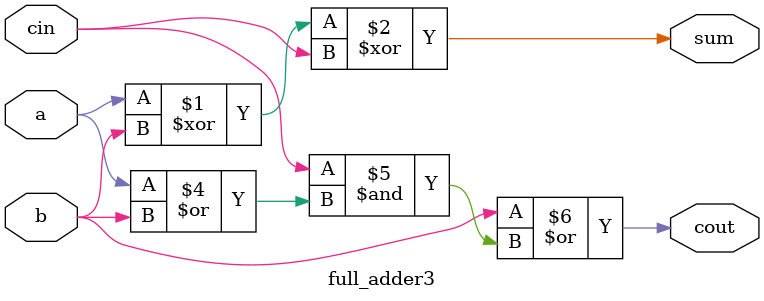
<source format=v>
module full_adder3(a,b,cin,sum,cout);
input a,b,cin;
output sum,cout;
assign sum = a^b^cin;
assign cout = 1'b1&b|cin&(a|b); 
// initial begin
//     $display("The incorrect adder with and0 having in1/1");
// end   
endmodule
</source>
